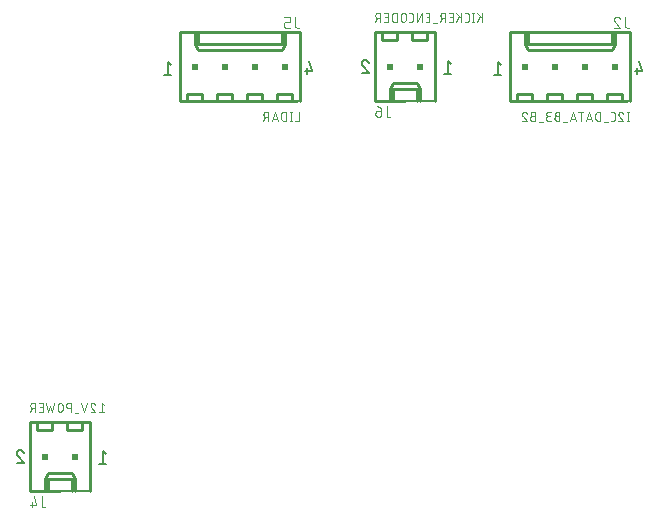
<source format=gbr>
G04 EAGLE Gerber RS-274X export*
G75*
%MOMM*%
%FSLAX34Y34*%
%LPD*%
%INSilkscreen Bottom*%
%IPPOS*%
%AMOC8*
5,1,8,0,0,1.08239X$1,22.5*%
G01*
%ADD10C,0.127000*%
%ADD11C,0.254000*%
%ADD12C,0.177800*%
%ADD13R,0.508000X0.508000*%
%ADD14C,0.101600*%
%ADD15C,0.076200*%


D10*
X177800Y177800D02*
X177800Y181610D01*
D11*
X190500Y181610D02*
X190500Y152400D01*
X190500Y181610D02*
X177800Y181610D01*
D10*
X175260Y181610D01*
D11*
X177800Y181610D02*
X165100Y181610D01*
X88900Y181610D02*
X88900Y152400D01*
X88900Y181610D02*
X165100Y181610D01*
X190500Y152400D02*
X190500Y123190D01*
D10*
X166370Y123190D01*
D11*
X88900Y123190D02*
X88900Y152400D01*
X88900Y123190D02*
X166370Y123190D01*
X184150Y123190D02*
X187960Y123190D01*
X184150Y123190D02*
X184150Y129540D01*
X171450Y129540D01*
X171450Y123190D01*
X158750Y123190D02*
X158750Y129540D01*
X146050Y129540D01*
X146050Y123190D01*
X184150Y123190D01*
X171450Y123190D02*
X158750Y123190D01*
X146050Y123190D02*
X133350Y123190D01*
X133350Y129540D01*
X120650Y129540D01*
X120650Y123190D01*
X107950Y123190D01*
X107950Y129540D01*
X95250Y129540D01*
X95250Y123190D01*
X88900Y123190D01*
X177800Y171450D02*
X177800Y181610D01*
X177800Y171450D02*
X175260Y171450D01*
X104140Y171450D01*
X101600Y171450D01*
X101600Y181610D01*
X175260Y166370D02*
X177800Y171450D01*
X175260Y171450D02*
X175260Y181610D01*
X175260Y166370D02*
X104140Y166370D01*
X101600Y171450D01*
X104140Y171450D02*
X104140Y181610D01*
D12*
X81930Y154403D02*
X78896Y156830D01*
X78896Y145908D01*
X81930Y145908D02*
X75862Y145908D01*
X198883Y157338D02*
X201310Y148843D01*
X195242Y148843D01*
X197063Y151270D02*
X197063Y146416D01*
D13*
X177800Y152400D03*
X152400Y152400D03*
X127000Y152400D03*
X101600Y152400D03*
D14*
X186675Y187691D02*
X186675Y194803D01*
X186675Y187691D02*
X186677Y187602D01*
X186683Y187514D01*
X186692Y187426D01*
X186706Y187338D01*
X186723Y187251D01*
X186744Y187165D01*
X186769Y187080D01*
X186798Y186996D01*
X186830Y186913D01*
X186865Y186832D01*
X186905Y186753D01*
X186947Y186675D01*
X186993Y186599D01*
X187042Y186525D01*
X187095Y186454D01*
X187150Y186385D01*
X187209Y186318D01*
X187270Y186254D01*
X187334Y186193D01*
X187401Y186134D01*
X187470Y186079D01*
X187541Y186026D01*
X187615Y185977D01*
X187691Y185931D01*
X187769Y185889D01*
X187848Y185849D01*
X187929Y185814D01*
X188012Y185782D01*
X188096Y185753D01*
X188181Y185728D01*
X188267Y185707D01*
X188354Y185690D01*
X188442Y185676D01*
X188530Y185667D01*
X188618Y185661D01*
X188707Y185659D01*
X189723Y185659D01*
X179554Y194803D02*
X179460Y194801D01*
X179365Y194795D01*
X179271Y194785D01*
X179178Y194772D01*
X179085Y194754D01*
X178993Y194733D01*
X178902Y194708D01*
X178812Y194679D01*
X178723Y194647D01*
X178636Y194610D01*
X178550Y194571D01*
X178466Y194527D01*
X178384Y194481D01*
X178304Y194431D01*
X178226Y194377D01*
X178150Y194321D01*
X178077Y194261D01*
X178006Y194199D01*
X177938Y194133D01*
X177872Y194065D01*
X177810Y193994D01*
X177750Y193921D01*
X177694Y193845D01*
X177640Y193767D01*
X177590Y193687D01*
X177544Y193605D01*
X177500Y193521D01*
X177461Y193435D01*
X177424Y193348D01*
X177392Y193259D01*
X177363Y193169D01*
X177338Y193078D01*
X177317Y192986D01*
X177299Y192893D01*
X177286Y192800D01*
X177276Y192706D01*
X177270Y192611D01*
X177268Y192517D01*
X179554Y194803D02*
X179660Y194801D01*
X179765Y194795D01*
X179870Y194786D01*
X179975Y194773D01*
X180079Y194756D01*
X180182Y194735D01*
X180285Y194711D01*
X180387Y194682D01*
X180487Y194651D01*
X180587Y194615D01*
X180685Y194577D01*
X180781Y194534D01*
X180877Y194488D01*
X180970Y194439D01*
X181061Y194387D01*
X181151Y194331D01*
X181239Y194272D01*
X181324Y194210D01*
X181407Y194145D01*
X181488Y194077D01*
X181566Y194006D01*
X181641Y193932D01*
X181714Y193856D01*
X181784Y193777D01*
X181851Y193696D01*
X181916Y193612D01*
X181977Y193526D01*
X182035Y193438D01*
X182090Y193348D01*
X182141Y193256D01*
X182190Y193162D01*
X182235Y193066D01*
X182276Y192969D01*
X182314Y192871D01*
X182348Y192771D01*
X178030Y190739D02*
X177963Y190806D01*
X177898Y190875D01*
X177836Y190947D01*
X177777Y191020D01*
X177721Y191097D01*
X177667Y191175D01*
X177617Y191255D01*
X177570Y191337D01*
X177526Y191421D01*
X177486Y191507D01*
X177448Y191594D01*
X177414Y191682D01*
X177384Y191772D01*
X177357Y191862D01*
X177333Y191954D01*
X177313Y192047D01*
X177297Y192140D01*
X177284Y192234D01*
X177275Y192328D01*
X177270Y192422D01*
X177268Y192517D01*
X178030Y190739D02*
X182348Y185659D01*
X177268Y185659D01*
D15*
X189032Y114158D02*
X189032Y106792D01*
X189850Y106792D02*
X188213Y106792D01*
X188213Y114158D02*
X189850Y114158D01*
X182975Y114159D02*
X182890Y114157D01*
X182805Y114151D01*
X182721Y114141D01*
X182637Y114128D01*
X182553Y114110D01*
X182471Y114089D01*
X182390Y114064D01*
X182310Y114035D01*
X182231Y114002D01*
X182154Y113966D01*
X182079Y113926D01*
X182005Y113883D01*
X181934Y113837D01*
X181865Y113787D01*
X181798Y113734D01*
X181734Y113678D01*
X181673Y113619D01*
X181614Y113558D01*
X181558Y113494D01*
X181505Y113427D01*
X181455Y113358D01*
X181409Y113287D01*
X181366Y113213D01*
X181326Y113138D01*
X181290Y113061D01*
X181257Y112982D01*
X181228Y112902D01*
X181203Y112821D01*
X181182Y112739D01*
X181164Y112655D01*
X181151Y112571D01*
X181141Y112487D01*
X181135Y112402D01*
X181133Y112317D01*
X182975Y114158D02*
X183071Y114156D01*
X183167Y114150D01*
X183262Y114140D01*
X183357Y114127D01*
X183452Y114109D01*
X183545Y114088D01*
X183638Y114063D01*
X183729Y114034D01*
X183820Y114002D01*
X183909Y113966D01*
X183996Y113926D01*
X184082Y113883D01*
X184166Y113837D01*
X184248Y113787D01*
X184328Y113733D01*
X184405Y113677D01*
X184480Y113617D01*
X184553Y113555D01*
X184623Y113489D01*
X184691Y113421D01*
X184756Y113350D01*
X184817Y113277D01*
X184876Y113201D01*
X184932Y113122D01*
X184984Y113042D01*
X185033Y112959D01*
X185079Y112875D01*
X185121Y112789D01*
X185159Y112701D01*
X185194Y112612D01*
X185226Y112521D01*
X181747Y110885D02*
X181687Y110944D01*
X181630Y111006D01*
X181575Y111070D01*
X181524Y111137D01*
X181475Y111206D01*
X181429Y111276D01*
X181386Y111349D01*
X181346Y111423D01*
X181310Y111499D01*
X181277Y111577D01*
X181247Y111656D01*
X181220Y111736D01*
X181197Y111817D01*
X181178Y111899D01*
X181162Y111981D01*
X181149Y112065D01*
X181140Y112149D01*
X181135Y112233D01*
X181133Y112317D01*
X181747Y110884D02*
X185226Y106792D01*
X181133Y106792D01*
X176297Y106792D02*
X174660Y106792D01*
X176297Y106792D02*
X176375Y106794D01*
X176453Y106799D01*
X176530Y106809D01*
X176607Y106822D01*
X176683Y106838D01*
X176758Y106858D01*
X176832Y106882D01*
X176905Y106909D01*
X176977Y106940D01*
X177047Y106974D01*
X177116Y107011D01*
X177182Y107052D01*
X177247Y107096D01*
X177309Y107142D01*
X177369Y107192D01*
X177427Y107244D01*
X177482Y107299D01*
X177534Y107357D01*
X177584Y107417D01*
X177630Y107479D01*
X177674Y107544D01*
X177715Y107611D01*
X177752Y107679D01*
X177786Y107749D01*
X177817Y107821D01*
X177844Y107894D01*
X177868Y107968D01*
X177888Y108043D01*
X177904Y108119D01*
X177917Y108196D01*
X177927Y108273D01*
X177932Y108351D01*
X177934Y108429D01*
X177933Y108429D02*
X177933Y112521D01*
X177934Y112521D02*
X177932Y112599D01*
X177927Y112677D01*
X177917Y112754D01*
X177904Y112831D01*
X177888Y112907D01*
X177868Y112982D01*
X177844Y113056D01*
X177817Y113129D01*
X177786Y113201D01*
X177752Y113271D01*
X177715Y113340D01*
X177674Y113406D01*
X177630Y113471D01*
X177584Y113533D01*
X177534Y113593D01*
X177482Y113651D01*
X177427Y113706D01*
X177369Y113758D01*
X177309Y113808D01*
X177247Y113854D01*
X177182Y113898D01*
X177116Y113939D01*
X177047Y113976D01*
X176977Y114010D01*
X176905Y114041D01*
X176832Y114068D01*
X176758Y114092D01*
X176683Y114112D01*
X176607Y114128D01*
X176530Y114141D01*
X176453Y114151D01*
X176375Y114156D01*
X176297Y114158D01*
X174660Y114158D01*
X172137Y105974D02*
X168863Y105974D01*
X165718Y106792D02*
X165718Y114158D01*
X163672Y114158D01*
X163583Y114156D01*
X163494Y114150D01*
X163405Y114140D01*
X163317Y114127D01*
X163229Y114110D01*
X163142Y114088D01*
X163057Y114063D01*
X162972Y114035D01*
X162889Y114002D01*
X162807Y113966D01*
X162727Y113927D01*
X162649Y113884D01*
X162573Y113838D01*
X162498Y113788D01*
X162426Y113735D01*
X162357Y113679D01*
X162290Y113620D01*
X162225Y113559D01*
X162164Y113494D01*
X162105Y113427D01*
X162049Y113358D01*
X161996Y113286D01*
X161946Y113211D01*
X161900Y113135D01*
X161857Y113057D01*
X161818Y112977D01*
X161782Y112895D01*
X161749Y112812D01*
X161721Y112727D01*
X161696Y112642D01*
X161674Y112555D01*
X161657Y112467D01*
X161644Y112379D01*
X161634Y112290D01*
X161628Y112201D01*
X161626Y112112D01*
X161626Y108838D01*
X161628Y108749D01*
X161634Y108660D01*
X161644Y108571D01*
X161657Y108483D01*
X161674Y108395D01*
X161696Y108308D01*
X161721Y108223D01*
X161749Y108138D01*
X161782Y108055D01*
X161818Y107973D01*
X161857Y107893D01*
X161900Y107815D01*
X161946Y107739D01*
X161996Y107664D01*
X162049Y107592D01*
X162105Y107523D01*
X162164Y107456D01*
X162225Y107391D01*
X162290Y107330D01*
X162357Y107271D01*
X162426Y107215D01*
X162498Y107162D01*
X162573Y107112D01*
X162649Y107066D01*
X162727Y107023D01*
X162807Y106984D01*
X162889Y106948D01*
X162972Y106915D01*
X163057Y106887D01*
X163142Y106862D01*
X163229Y106840D01*
X163317Y106823D01*
X163405Y106810D01*
X163494Y106800D01*
X163583Y106794D01*
X163672Y106792D01*
X165718Y106792D01*
X158569Y106792D02*
X156113Y114158D01*
X153658Y106792D01*
X154272Y108634D02*
X157955Y108634D01*
X149286Y106792D02*
X149286Y114158D01*
X151332Y114158D02*
X147240Y114158D01*
X142458Y114158D02*
X144914Y106792D01*
X140003Y106792D02*
X142458Y114158D01*
X140617Y108634D02*
X144300Y108634D01*
X137512Y105974D02*
X134238Y105974D01*
X130976Y110884D02*
X128929Y110884D01*
X128840Y110882D01*
X128751Y110876D01*
X128662Y110866D01*
X128574Y110853D01*
X128486Y110836D01*
X128399Y110814D01*
X128314Y110789D01*
X128229Y110761D01*
X128146Y110728D01*
X128064Y110692D01*
X127984Y110653D01*
X127906Y110610D01*
X127830Y110564D01*
X127755Y110514D01*
X127683Y110461D01*
X127614Y110405D01*
X127547Y110346D01*
X127482Y110285D01*
X127421Y110220D01*
X127362Y110153D01*
X127306Y110084D01*
X127253Y110012D01*
X127203Y109937D01*
X127157Y109861D01*
X127114Y109783D01*
X127075Y109703D01*
X127039Y109621D01*
X127006Y109538D01*
X126978Y109453D01*
X126953Y109368D01*
X126931Y109281D01*
X126914Y109193D01*
X126901Y109105D01*
X126891Y109016D01*
X126885Y108927D01*
X126883Y108838D01*
X126885Y108749D01*
X126891Y108660D01*
X126901Y108571D01*
X126914Y108483D01*
X126931Y108395D01*
X126953Y108308D01*
X126978Y108223D01*
X127006Y108138D01*
X127039Y108055D01*
X127075Y107973D01*
X127114Y107893D01*
X127157Y107815D01*
X127203Y107739D01*
X127253Y107664D01*
X127306Y107592D01*
X127362Y107523D01*
X127421Y107456D01*
X127482Y107391D01*
X127547Y107330D01*
X127614Y107271D01*
X127683Y107215D01*
X127755Y107162D01*
X127830Y107112D01*
X127906Y107066D01*
X127984Y107023D01*
X128064Y106984D01*
X128146Y106948D01*
X128229Y106915D01*
X128314Y106887D01*
X128399Y106862D01*
X128486Y106840D01*
X128574Y106823D01*
X128662Y106810D01*
X128751Y106800D01*
X128840Y106794D01*
X128929Y106792D01*
X130976Y106792D01*
X130976Y114158D01*
X128929Y114158D01*
X128850Y114156D01*
X128771Y114150D01*
X128692Y114141D01*
X128614Y114128D01*
X128537Y114110D01*
X128461Y114090D01*
X128386Y114065D01*
X128312Y114037D01*
X128239Y114006D01*
X128168Y113970D01*
X128099Y113932D01*
X128032Y113890D01*
X127967Y113845D01*
X127904Y113797D01*
X127843Y113746D01*
X127786Y113692D01*
X127730Y113636D01*
X127678Y113577D01*
X127628Y113515D01*
X127582Y113451D01*
X127538Y113385D01*
X127498Y113317D01*
X127462Y113247D01*
X127428Y113175D01*
X127398Y113101D01*
X127372Y113027D01*
X127349Y112951D01*
X127331Y112874D01*
X127315Y112797D01*
X127304Y112718D01*
X127296Y112640D01*
X127292Y112561D01*
X127292Y112481D01*
X127296Y112402D01*
X127304Y112324D01*
X127315Y112245D01*
X127331Y112168D01*
X127349Y112091D01*
X127372Y112015D01*
X127398Y111941D01*
X127428Y111867D01*
X127462Y111795D01*
X127498Y111725D01*
X127538Y111657D01*
X127582Y111591D01*
X127628Y111527D01*
X127678Y111465D01*
X127730Y111406D01*
X127786Y111350D01*
X127843Y111296D01*
X127904Y111245D01*
X127967Y111197D01*
X128032Y111152D01*
X128099Y111110D01*
X128168Y111072D01*
X128239Y111036D01*
X128312Y111005D01*
X128386Y110977D01*
X128461Y110952D01*
X128537Y110932D01*
X128614Y110914D01*
X128692Y110901D01*
X128771Y110892D01*
X128850Y110886D01*
X128929Y110884D01*
X124022Y106792D02*
X121976Y106792D01*
X121887Y106794D01*
X121798Y106800D01*
X121709Y106810D01*
X121621Y106823D01*
X121533Y106840D01*
X121446Y106862D01*
X121361Y106887D01*
X121276Y106915D01*
X121193Y106948D01*
X121111Y106984D01*
X121031Y107023D01*
X120953Y107066D01*
X120877Y107112D01*
X120802Y107162D01*
X120730Y107215D01*
X120661Y107271D01*
X120594Y107330D01*
X120529Y107391D01*
X120468Y107456D01*
X120409Y107523D01*
X120353Y107592D01*
X120300Y107664D01*
X120250Y107739D01*
X120204Y107815D01*
X120161Y107893D01*
X120122Y107973D01*
X120086Y108055D01*
X120053Y108138D01*
X120025Y108223D01*
X120000Y108308D01*
X119978Y108395D01*
X119961Y108483D01*
X119948Y108571D01*
X119938Y108660D01*
X119932Y108749D01*
X119930Y108838D01*
X119932Y108927D01*
X119938Y109016D01*
X119948Y109105D01*
X119961Y109193D01*
X119978Y109281D01*
X120000Y109368D01*
X120025Y109453D01*
X120053Y109538D01*
X120086Y109621D01*
X120122Y109703D01*
X120161Y109783D01*
X120204Y109861D01*
X120250Y109937D01*
X120300Y110012D01*
X120353Y110084D01*
X120409Y110153D01*
X120468Y110220D01*
X120529Y110285D01*
X120594Y110346D01*
X120661Y110405D01*
X120730Y110461D01*
X120802Y110514D01*
X120877Y110564D01*
X120953Y110610D01*
X121031Y110653D01*
X121111Y110692D01*
X121193Y110728D01*
X121276Y110761D01*
X121361Y110789D01*
X121446Y110814D01*
X121533Y110836D01*
X121621Y110853D01*
X121709Y110866D01*
X121798Y110876D01*
X121887Y110882D01*
X121976Y110884D01*
X121567Y114158D02*
X124022Y114158D01*
X121567Y114158D02*
X121488Y114156D01*
X121409Y114150D01*
X121330Y114141D01*
X121252Y114128D01*
X121175Y114110D01*
X121099Y114090D01*
X121024Y114065D01*
X120950Y114037D01*
X120877Y114006D01*
X120806Y113970D01*
X120737Y113932D01*
X120670Y113890D01*
X120605Y113845D01*
X120542Y113797D01*
X120481Y113746D01*
X120424Y113692D01*
X120368Y113636D01*
X120316Y113577D01*
X120266Y113515D01*
X120220Y113451D01*
X120176Y113385D01*
X120136Y113317D01*
X120100Y113247D01*
X120066Y113175D01*
X120036Y113101D01*
X120010Y113027D01*
X119987Y112951D01*
X119969Y112874D01*
X119953Y112797D01*
X119942Y112718D01*
X119934Y112640D01*
X119930Y112561D01*
X119930Y112481D01*
X119934Y112402D01*
X119942Y112324D01*
X119953Y112245D01*
X119969Y112168D01*
X119987Y112091D01*
X120010Y112015D01*
X120036Y111941D01*
X120066Y111867D01*
X120100Y111795D01*
X120136Y111725D01*
X120176Y111657D01*
X120220Y111591D01*
X120266Y111527D01*
X120316Y111465D01*
X120368Y111406D01*
X120424Y111350D01*
X120481Y111296D01*
X120542Y111245D01*
X120605Y111197D01*
X120670Y111152D01*
X120737Y111110D01*
X120806Y111072D01*
X120877Y111036D01*
X120950Y111005D01*
X121024Y110977D01*
X121099Y110952D01*
X121175Y110932D01*
X121252Y110914D01*
X121330Y110901D01*
X121409Y110892D01*
X121488Y110886D01*
X121567Y110884D01*
X123203Y110884D01*
X117029Y105974D02*
X113755Y105974D01*
X110493Y110884D02*
X108447Y110884D01*
X108358Y110882D01*
X108269Y110876D01*
X108180Y110866D01*
X108092Y110853D01*
X108004Y110836D01*
X107917Y110814D01*
X107832Y110789D01*
X107747Y110761D01*
X107664Y110728D01*
X107582Y110692D01*
X107502Y110653D01*
X107424Y110610D01*
X107348Y110564D01*
X107273Y110514D01*
X107201Y110461D01*
X107132Y110405D01*
X107065Y110346D01*
X107000Y110285D01*
X106939Y110220D01*
X106880Y110153D01*
X106824Y110084D01*
X106771Y110012D01*
X106721Y109937D01*
X106675Y109861D01*
X106632Y109783D01*
X106593Y109703D01*
X106557Y109621D01*
X106524Y109538D01*
X106496Y109453D01*
X106471Y109368D01*
X106449Y109281D01*
X106432Y109193D01*
X106419Y109105D01*
X106409Y109016D01*
X106403Y108927D01*
X106401Y108838D01*
X106403Y108749D01*
X106409Y108660D01*
X106419Y108571D01*
X106432Y108483D01*
X106449Y108395D01*
X106471Y108308D01*
X106496Y108223D01*
X106524Y108138D01*
X106557Y108055D01*
X106593Y107973D01*
X106632Y107893D01*
X106675Y107815D01*
X106721Y107739D01*
X106771Y107664D01*
X106824Y107592D01*
X106880Y107523D01*
X106939Y107456D01*
X107000Y107391D01*
X107065Y107330D01*
X107132Y107271D01*
X107201Y107215D01*
X107273Y107162D01*
X107348Y107112D01*
X107424Y107066D01*
X107502Y107023D01*
X107582Y106984D01*
X107664Y106948D01*
X107747Y106915D01*
X107832Y106887D01*
X107917Y106862D01*
X108004Y106840D01*
X108092Y106823D01*
X108180Y106810D01*
X108269Y106800D01*
X108358Y106794D01*
X108447Y106792D01*
X110493Y106792D01*
X110493Y114158D01*
X108447Y114158D01*
X108368Y114156D01*
X108289Y114150D01*
X108210Y114141D01*
X108132Y114128D01*
X108055Y114110D01*
X107979Y114090D01*
X107904Y114065D01*
X107830Y114037D01*
X107757Y114006D01*
X107686Y113970D01*
X107617Y113932D01*
X107550Y113890D01*
X107485Y113845D01*
X107422Y113797D01*
X107361Y113746D01*
X107304Y113692D01*
X107248Y113636D01*
X107196Y113577D01*
X107146Y113515D01*
X107100Y113451D01*
X107056Y113385D01*
X107016Y113317D01*
X106980Y113247D01*
X106946Y113175D01*
X106916Y113101D01*
X106890Y113027D01*
X106867Y112951D01*
X106849Y112874D01*
X106833Y112797D01*
X106822Y112718D01*
X106814Y112640D01*
X106810Y112561D01*
X106810Y112481D01*
X106814Y112402D01*
X106822Y112324D01*
X106833Y112245D01*
X106849Y112168D01*
X106867Y112091D01*
X106890Y112015D01*
X106916Y111941D01*
X106946Y111867D01*
X106980Y111795D01*
X107016Y111725D01*
X107056Y111657D01*
X107100Y111591D01*
X107146Y111527D01*
X107196Y111465D01*
X107248Y111406D01*
X107304Y111350D01*
X107361Y111296D01*
X107422Y111245D01*
X107485Y111197D01*
X107550Y111152D01*
X107617Y111110D01*
X107686Y111072D01*
X107757Y111036D01*
X107830Y111005D01*
X107904Y110977D01*
X107979Y110952D01*
X108055Y110932D01*
X108132Y110914D01*
X108210Y110901D01*
X108289Y110892D01*
X108368Y110886D01*
X108447Y110884D01*
X101289Y114159D02*
X101204Y114157D01*
X101119Y114151D01*
X101035Y114141D01*
X100951Y114128D01*
X100867Y114110D01*
X100785Y114089D01*
X100704Y114064D01*
X100624Y114035D01*
X100545Y114002D01*
X100468Y113966D01*
X100393Y113926D01*
X100319Y113883D01*
X100248Y113837D01*
X100179Y113787D01*
X100112Y113734D01*
X100048Y113678D01*
X99987Y113619D01*
X99928Y113558D01*
X99872Y113494D01*
X99819Y113427D01*
X99769Y113358D01*
X99723Y113287D01*
X99680Y113213D01*
X99640Y113138D01*
X99604Y113061D01*
X99571Y112982D01*
X99542Y112902D01*
X99517Y112821D01*
X99496Y112739D01*
X99478Y112655D01*
X99465Y112571D01*
X99455Y112487D01*
X99449Y112402D01*
X99447Y112317D01*
X101289Y114158D02*
X101385Y114156D01*
X101481Y114150D01*
X101576Y114140D01*
X101671Y114127D01*
X101766Y114109D01*
X101859Y114088D01*
X101952Y114063D01*
X102043Y114034D01*
X102134Y114002D01*
X102223Y113966D01*
X102310Y113926D01*
X102396Y113883D01*
X102480Y113837D01*
X102562Y113787D01*
X102642Y113733D01*
X102719Y113677D01*
X102794Y113617D01*
X102867Y113555D01*
X102937Y113489D01*
X103005Y113421D01*
X103070Y113350D01*
X103131Y113277D01*
X103190Y113201D01*
X103246Y113122D01*
X103298Y113042D01*
X103347Y112959D01*
X103393Y112875D01*
X103435Y112789D01*
X103473Y112701D01*
X103508Y112612D01*
X103540Y112521D01*
X100061Y110885D02*
X100001Y110944D01*
X99944Y111006D01*
X99889Y111070D01*
X99838Y111137D01*
X99789Y111206D01*
X99743Y111276D01*
X99700Y111349D01*
X99660Y111423D01*
X99624Y111499D01*
X99591Y111577D01*
X99561Y111656D01*
X99534Y111736D01*
X99511Y111817D01*
X99492Y111899D01*
X99476Y111981D01*
X99463Y112065D01*
X99454Y112149D01*
X99449Y112233D01*
X99447Y112317D01*
X100061Y110884D02*
X103539Y106792D01*
X99447Y106792D01*
D10*
X-304800Y-203200D02*
X-304800Y-207010D01*
D11*
X-317500Y-207010D02*
X-317500Y-177800D01*
X-317500Y-207010D02*
X-304800Y-207010D01*
D10*
X-302260Y-207010D01*
D11*
X-304800Y-207010D02*
X-292100Y-207010D01*
X-266700Y-207010D02*
X-266700Y-177800D01*
D10*
X-266700Y-207010D02*
X-292100Y-207010D01*
D11*
X-317500Y-177800D02*
X-317500Y-148590D01*
X-292100Y-148590D01*
X-266700Y-148590D02*
X-266700Y-177800D01*
D10*
X-266700Y-148590D02*
X-273050Y-148590D01*
D11*
X-285750Y-148590D01*
D10*
X-292100Y-148590D01*
X-311150Y-148590D02*
X-314960Y-148590D01*
D11*
X-317500Y-148590D02*
X-311150Y-148590D01*
X-311150Y-154940D01*
X-298450Y-154940D01*
X-298450Y-148590D01*
X-285750Y-148590D01*
X-285750Y-154940D01*
X-273050Y-154940D01*
X-273050Y-148590D01*
X-266700Y-148590D01*
X-304800Y-196850D02*
X-304800Y-207010D01*
X-304800Y-196850D02*
X-302260Y-196850D01*
X-281940Y-196850D01*
X-279400Y-196850D01*
X-279400Y-207010D01*
X-304800Y-196850D02*
X-302260Y-191770D01*
X-302260Y-196850D02*
X-302260Y-207010D01*
X-302260Y-191770D02*
X-281940Y-191770D01*
X-279400Y-196850D01*
X-281940Y-196850D02*
X-281940Y-207010D01*
D12*
X-255426Y-172578D02*
X-252392Y-175005D01*
X-255426Y-172578D02*
X-255426Y-183500D01*
X-252392Y-183500D02*
X-258460Y-183500D01*
X-325580Y-171816D02*
X-325682Y-171818D01*
X-325784Y-171824D01*
X-325886Y-171833D01*
X-325987Y-171847D01*
X-326088Y-171864D01*
X-326188Y-171884D01*
X-326287Y-171909D01*
X-326385Y-171937D01*
X-326482Y-171969D01*
X-326578Y-172005D01*
X-326672Y-172044D01*
X-326765Y-172086D01*
X-326856Y-172132D01*
X-326946Y-172182D01*
X-327033Y-172235D01*
X-327118Y-172291D01*
X-327202Y-172350D01*
X-327283Y-172412D01*
X-327361Y-172477D01*
X-327438Y-172545D01*
X-327511Y-172616D01*
X-327582Y-172689D01*
X-327650Y-172766D01*
X-327715Y-172844D01*
X-327777Y-172925D01*
X-327836Y-173009D01*
X-327892Y-173094D01*
X-327945Y-173182D01*
X-327995Y-173271D01*
X-328041Y-173362D01*
X-328083Y-173455D01*
X-328122Y-173549D01*
X-328158Y-173645D01*
X-328190Y-173742D01*
X-328218Y-173840D01*
X-328243Y-173939D01*
X-328263Y-174039D01*
X-328280Y-174140D01*
X-328294Y-174241D01*
X-328303Y-174343D01*
X-328309Y-174445D01*
X-328311Y-174547D01*
X-325580Y-171816D02*
X-325464Y-171818D01*
X-325348Y-171824D01*
X-325232Y-171833D01*
X-325117Y-171847D01*
X-325002Y-171864D01*
X-324888Y-171885D01*
X-324775Y-171910D01*
X-324662Y-171938D01*
X-324551Y-171970D01*
X-324440Y-172006D01*
X-324331Y-172046D01*
X-324223Y-172089D01*
X-324117Y-172136D01*
X-324012Y-172186D01*
X-323909Y-172239D01*
X-323808Y-172296D01*
X-323709Y-172357D01*
X-323612Y-172420D01*
X-323517Y-172487D01*
X-323424Y-172557D01*
X-323334Y-172630D01*
X-323246Y-172705D01*
X-323160Y-172784D01*
X-323078Y-172866D01*
X-322998Y-172950D01*
X-322920Y-173036D01*
X-322846Y-173126D01*
X-322775Y-173217D01*
X-322707Y-173311D01*
X-322642Y-173408D01*
X-322580Y-173506D01*
X-322521Y-173606D01*
X-322466Y-173708D01*
X-322414Y-173812D01*
X-322366Y-173918D01*
X-322321Y-174025D01*
X-322280Y-174133D01*
X-322243Y-174243D01*
X-327400Y-176671D02*
X-327473Y-176598D01*
X-327544Y-176523D01*
X-327612Y-176446D01*
X-327678Y-176366D01*
X-327740Y-176284D01*
X-327800Y-176200D01*
X-327857Y-176113D01*
X-327910Y-176025D01*
X-327961Y-175935D01*
X-328008Y-175843D01*
X-328052Y-175750D01*
X-328093Y-175655D01*
X-328130Y-175558D01*
X-328164Y-175461D01*
X-328194Y-175362D01*
X-328221Y-175263D01*
X-328245Y-175162D01*
X-328265Y-175061D01*
X-328281Y-174959D01*
X-328294Y-174856D01*
X-328303Y-174753D01*
X-328308Y-174650D01*
X-328310Y-174547D01*
X-327400Y-176670D02*
X-322242Y-182738D01*
X-328310Y-182738D01*
D13*
X-304800Y-177800D03*
X-279400Y-177800D03*
D14*
X-307316Y-211059D02*
X-307316Y-218171D01*
X-307314Y-218260D01*
X-307308Y-218348D01*
X-307299Y-218436D01*
X-307285Y-218524D01*
X-307268Y-218611D01*
X-307247Y-218697D01*
X-307222Y-218782D01*
X-307193Y-218866D01*
X-307161Y-218949D01*
X-307126Y-219030D01*
X-307086Y-219109D01*
X-307044Y-219187D01*
X-306998Y-219263D01*
X-306949Y-219337D01*
X-306896Y-219408D01*
X-306841Y-219477D01*
X-306782Y-219544D01*
X-306721Y-219608D01*
X-306657Y-219669D01*
X-306590Y-219728D01*
X-306521Y-219783D01*
X-306450Y-219836D01*
X-306376Y-219885D01*
X-306300Y-219931D01*
X-306222Y-219973D01*
X-306143Y-220013D01*
X-306062Y-220048D01*
X-305979Y-220080D01*
X-305895Y-220109D01*
X-305810Y-220134D01*
X-305724Y-220155D01*
X-305637Y-220172D01*
X-305549Y-220186D01*
X-305461Y-220195D01*
X-305373Y-220201D01*
X-305284Y-220203D01*
X-304268Y-220203D01*
X-311643Y-218171D02*
X-313675Y-211059D01*
X-311643Y-218171D02*
X-316723Y-218171D01*
X-315199Y-216139D02*
X-315199Y-220203D01*
D15*
X-254429Y-133829D02*
X-256475Y-132192D01*
X-256475Y-139558D01*
X-254429Y-139558D02*
X-258521Y-139558D01*
X-265837Y-134034D02*
X-265835Y-133949D01*
X-265829Y-133864D01*
X-265819Y-133780D01*
X-265806Y-133696D01*
X-265788Y-133612D01*
X-265767Y-133530D01*
X-265742Y-133449D01*
X-265713Y-133369D01*
X-265680Y-133290D01*
X-265644Y-133213D01*
X-265604Y-133138D01*
X-265561Y-133064D01*
X-265515Y-132993D01*
X-265465Y-132924D01*
X-265412Y-132857D01*
X-265356Y-132793D01*
X-265297Y-132732D01*
X-265236Y-132673D01*
X-265172Y-132617D01*
X-265105Y-132564D01*
X-265036Y-132514D01*
X-264965Y-132468D01*
X-264891Y-132425D01*
X-264816Y-132385D01*
X-264739Y-132349D01*
X-264660Y-132316D01*
X-264580Y-132287D01*
X-264499Y-132262D01*
X-264417Y-132241D01*
X-264333Y-132223D01*
X-264249Y-132210D01*
X-264165Y-132200D01*
X-264080Y-132194D01*
X-263995Y-132192D01*
X-263899Y-132194D01*
X-263803Y-132200D01*
X-263708Y-132210D01*
X-263613Y-132223D01*
X-263518Y-132241D01*
X-263425Y-132262D01*
X-263332Y-132287D01*
X-263241Y-132316D01*
X-263150Y-132348D01*
X-263061Y-132384D01*
X-262974Y-132424D01*
X-262888Y-132467D01*
X-262804Y-132513D01*
X-262722Y-132563D01*
X-262642Y-132617D01*
X-262565Y-132673D01*
X-262490Y-132733D01*
X-262417Y-132795D01*
X-262347Y-132861D01*
X-262279Y-132929D01*
X-262214Y-133000D01*
X-262153Y-133073D01*
X-262094Y-133149D01*
X-262038Y-133228D01*
X-261986Y-133308D01*
X-261937Y-133391D01*
X-261891Y-133475D01*
X-261849Y-133561D01*
X-261811Y-133649D01*
X-261776Y-133738D01*
X-261744Y-133829D01*
X-265223Y-135466D02*
X-265283Y-135407D01*
X-265340Y-135345D01*
X-265395Y-135281D01*
X-265446Y-135214D01*
X-265495Y-135145D01*
X-265541Y-135075D01*
X-265584Y-135002D01*
X-265624Y-134928D01*
X-265660Y-134852D01*
X-265693Y-134774D01*
X-265723Y-134695D01*
X-265750Y-134615D01*
X-265773Y-134534D01*
X-265792Y-134452D01*
X-265808Y-134370D01*
X-265821Y-134286D01*
X-265830Y-134202D01*
X-265835Y-134118D01*
X-265837Y-134034D01*
X-265223Y-135466D02*
X-261744Y-139558D01*
X-265836Y-139558D01*
X-271105Y-139558D02*
X-268650Y-132192D01*
X-273561Y-132192D02*
X-271105Y-139558D01*
X-276052Y-140376D02*
X-279326Y-140376D01*
X-282588Y-139558D02*
X-282588Y-132192D01*
X-284634Y-132192D01*
X-284723Y-132194D01*
X-284812Y-132200D01*
X-284901Y-132210D01*
X-284989Y-132223D01*
X-285077Y-132240D01*
X-285164Y-132262D01*
X-285249Y-132287D01*
X-285334Y-132315D01*
X-285417Y-132348D01*
X-285499Y-132384D01*
X-285579Y-132423D01*
X-285657Y-132466D01*
X-285733Y-132512D01*
X-285808Y-132562D01*
X-285880Y-132615D01*
X-285949Y-132671D01*
X-286016Y-132730D01*
X-286081Y-132791D01*
X-286142Y-132856D01*
X-286201Y-132923D01*
X-286257Y-132992D01*
X-286310Y-133064D01*
X-286360Y-133139D01*
X-286406Y-133215D01*
X-286449Y-133293D01*
X-286488Y-133373D01*
X-286524Y-133455D01*
X-286557Y-133538D01*
X-286585Y-133623D01*
X-286610Y-133708D01*
X-286632Y-133795D01*
X-286649Y-133883D01*
X-286662Y-133971D01*
X-286672Y-134060D01*
X-286678Y-134149D01*
X-286680Y-134238D01*
X-286678Y-134327D01*
X-286672Y-134416D01*
X-286662Y-134505D01*
X-286649Y-134593D01*
X-286632Y-134681D01*
X-286610Y-134768D01*
X-286585Y-134853D01*
X-286557Y-134938D01*
X-286524Y-135021D01*
X-286488Y-135103D01*
X-286449Y-135183D01*
X-286406Y-135261D01*
X-286360Y-135337D01*
X-286310Y-135412D01*
X-286257Y-135484D01*
X-286201Y-135553D01*
X-286142Y-135620D01*
X-286081Y-135685D01*
X-286016Y-135746D01*
X-285949Y-135805D01*
X-285880Y-135861D01*
X-285808Y-135914D01*
X-285733Y-135964D01*
X-285657Y-136010D01*
X-285579Y-136053D01*
X-285499Y-136092D01*
X-285417Y-136128D01*
X-285334Y-136161D01*
X-285249Y-136189D01*
X-285164Y-136214D01*
X-285077Y-136236D01*
X-284989Y-136253D01*
X-284901Y-136266D01*
X-284812Y-136276D01*
X-284723Y-136282D01*
X-284634Y-136284D01*
X-282588Y-136284D01*
X-289542Y-137512D02*
X-289542Y-134238D01*
X-289544Y-134149D01*
X-289550Y-134060D01*
X-289560Y-133971D01*
X-289573Y-133883D01*
X-289590Y-133795D01*
X-289612Y-133708D01*
X-289637Y-133623D01*
X-289665Y-133538D01*
X-289698Y-133455D01*
X-289734Y-133373D01*
X-289773Y-133293D01*
X-289816Y-133215D01*
X-289862Y-133139D01*
X-289912Y-133064D01*
X-289965Y-132992D01*
X-290021Y-132923D01*
X-290080Y-132856D01*
X-290141Y-132791D01*
X-290206Y-132730D01*
X-290273Y-132671D01*
X-290342Y-132615D01*
X-290414Y-132562D01*
X-290489Y-132512D01*
X-290565Y-132466D01*
X-290643Y-132423D01*
X-290723Y-132384D01*
X-290805Y-132348D01*
X-290888Y-132315D01*
X-290973Y-132287D01*
X-291058Y-132262D01*
X-291145Y-132240D01*
X-291233Y-132223D01*
X-291321Y-132210D01*
X-291410Y-132200D01*
X-291499Y-132194D01*
X-291588Y-132192D01*
X-291677Y-132194D01*
X-291766Y-132200D01*
X-291855Y-132210D01*
X-291943Y-132223D01*
X-292031Y-132240D01*
X-292118Y-132262D01*
X-292203Y-132287D01*
X-292288Y-132315D01*
X-292371Y-132348D01*
X-292453Y-132384D01*
X-292533Y-132423D01*
X-292611Y-132466D01*
X-292687Y-132512D01*
X-292762Y-132562D01*
X-292834Y-132615D01*
X-292903Y-132671D01*
X-292970Y-132730D01*
X-293035Y-132791D01*
X-293096Y-132856D01*
X-293155Y-132923D01*
X-293211Y-132992D01*
X-293264Y-133064D01*
X-293314Y-133139D01*
X-293360Y-133215D01*
X-293403Y-133293D01*
X-293442Y-133373D01*
X-293478Y-133455D01*
X-293511Y-133538D01*
X-293539Y-133623D01*
X-293564Y-133708D01*
X-293586Y-133795D01*
X-293603Y-133883D01*
X-293616Y-133971D01*
X-293626Y-134060D01*
X-293632Y-134149D01*
X-293634Y-134238D01*
X-293634Y-137512D01*
X-293632Y-137601D01*
X-293626Y-137690D01*
X-293616Y-137779D01*
X-293603Y-137867D01*
X-293586Y-137955D01*
X-293564Y-138042D01*
X-293539Y-138127D01*
X-293511Y-138212D01*
X-293478Y-138295D01*
X-293442Y-138377D01*
X-293403Y-138457D01*
X-293360Y-138535D01*
X-293314Y-138611D01*
X-293264Y-138686D01*
X-293211Y-138758D01*
X-293155Y-138827D01*
X-293096Y-138894D01*
X-293035Y-138959D01*
X-292970Y-139020D01*
X-292903Y-139079D01*
X-292834Y-139135D01*
X-292762Y-139188D01*
X-292687Y-139238D01*
X-292611Y-139284D01*
X-292533Y-139327D01*
X-292453Y-139366D01*
X-292371Y-139402D01*
X-292288Y-139435D01*
X-292203Y-139463D01*
X-292118Y-139488D01*
X-292031Y-139510D01*
X-291943Y-139527D01*
X-291855Y-139540D01*
X-291766Y-139550D01*
X-291677Y-139556D01*
X-291588Y-139558D01*
X-291499Y-139556D01*
X-291410Y-139550D01*
X-291321Y-139540D01*
X-291233Y-139527D01*
X-291145Y-139510D01*
X-291058Y-139488D01*
X-290973Y-139463D01*
X-290888Y-139435D01*
X-290805Y-139402D01*
X-290723Y-139366D01*
X-290643Y-139327D01*
X-290565Y-139284D01*
X-290489Y-139238D01*
X-290414Y-139188D01*
X-290342Y-139135D01*
X-290273Y-139079D01*
X-290206Y-139020D01*
X-290141Y-138959D01*
X-290080Y-138894D01*
X-290021Y-138827D01*
X-289965Y-138758D01*
X-289912Y-138686D01*
X-289862Y-138611D01*
X-289816Y-138535D01*
X-289773Y-138457D01*
X-289734Y-138377D01*
X-289698Y-138295D01*
X-289665Y-138212D01*
X-289637Y-138127D01*
X-289612Y-138042D01*
X-289590Y-137955D01*
X-289573Y-137867D01*
X-289560Y-137779D01*
X-289550Y-137690D01*
X-289544Y-137601D01*
X-289542Y-137512D01*
X-296605Y-132192D02*
X-298242Y-139558D01*
X-299879Y-134647D01*
X-301515Y-139558D01*
X-303152Y-132192D01*
X-306383Y-139558D02*
X-309656Y-139558D01*
X-306383Y-139558D02*
X-306383Y-132192D01*
X-309656Y-132192D01*
X-308838Y-135466D02*
X-306383Y-135466D01*
X-312758Y-132192D02*
X-312758Y-139558D01*
X-312758Y-132192D02*
X-314804Y-132192D01*
X-314893Y-132194D01*
X-314982Y-132200D01*
X-315071Y-132210D01*
X-315159Y-132223D01*
X-315247Y-132240D01*
X-315334Y-132262D01*
X-315419Y-132287D01*
X-315504Y-132315D01*
X-315587Y-132348D01*
X-315669Y-132384D01*
X-315749Y-132423D01*
X-315827Y-132466D01*
X-315903Y-132512D01*
X-315978Y-132562D01*
X-316050Y-132615D01*
X-316119Y-132671D01*
X-316186Y-132730D01*
X-316251Y-132791D01*
X-316312Y-132856D01*
X-316371Y-132923D01*
X-316427Y-132992D01*
X-316480Y-133064D01*
X-316530Y-133139D01*
X-316576Y-133215D01*
X-316619Y-133293D01*
X-316658Y-133373D01*
X-316694Y-133455D01*
X-316727Y-133538D01*
X-316755Y-133623D01*
X-316780Y-133708D01*
X-316802Y-133795D01*
X-316819Y-133883D01*
X-316832Y-133971D01*
X-316842Y-134060D01*
X-316848Y-134149D01*
X-316850Y-134238D01*
X-316848Y-134327D01*
X-316842Y-134416D01*
X-316832Y-134505D01*
X-316819Y-134593D01*
X-316802Y-134681D01*
X-316780Y-134768D01*
X-316755Y-134853D01*
X-316727Y-134938D01*
X-316694Y-135021D01*
X-316658Y-135103D01*
X-316619Y-135183D01*
X-316576Y-135261D01*
X-316530Y-135337D01*
X-316480Y-135412D01*
X-316427Y-135484D01*
X-316371Y-135553D01*
X-316312Y-135620D01*
X-316251Y-135685D01*
X-316186Y-135746D01*
X-316119Y-135805D01*
X-316050Y-135861D01*
X-315978Y-135914D01*
X-315903Y-135964D01*
X-315827Y-136010D01*
X-315749Y-136053D01*
X-315669Y-136092D01*
X-315587Y-136128D01*
X-315504Y-136161D01*
X-315419Y-136189D01*
X-315334Y-136214D01*
X-315247Y-136236D01*
X-315159Y-136253D01*
X-315071Y-136266D01*
X-314982Y-136276D01*
X-314893Y-136282D01*
X-314804Y-136284D01*
X-312758Y-136284D01*
X-315213Y-136284D02*
X-316850Y-139558D01*
D10*
X-101600Y177800D02*
X-101600Y181610D01*
D11*
X-88900Y181610D02*
X-88900Y152400D01*
X-88900Y181610D02*
X-101600Y181610D01*
D10*
X-104140Y181610D01*
D11*
X-101600Y181610D02*
X-114300Y181610D01*
X-190500Y181610D02*
X-190500Y152400D01*
X-190500Y181610D02*
X-114300Y181610D01*
X-88900Y152400D02*
X-88900Y123190D01*
D10*
X-113030Y123190D01*
D11*
X-190500Y123190D02*
X-190500Y152400D01*
X-190500Y123190D02*
X-113030Y123190D01*
X-95250Y123190D02*
X-91440Y123190D01*
X-95250Y123190D02*
X-95250Y129540D01*
X-107950Y129540D01*
X-107950Y123190D01*
X-120650Y123190D02*
X-120650Y129540D01*
X-133350Y129540D01*
X-133350Y123190D01*
X-95250Y123190D01*
X-107950Y123190D02*
X-120650Y123190D01*
X-133350Y123190D02*
X-146050Y123190D01*
X-146050Y129540D01*
X-158750Y129540D01*
X-158750Y123190D01*
X-171450Y123190D01*
X-171450Y129540D01*
X-184150Y129540D01*
X-184150Y123190D01*
X-190500Y123190D01*
X-101600Y171450D02*
X-101600Y181610D01*
X-101600Y171450D02*
X-104140Y171450D01*
X-175260Y171450D01*
X-177800Y171450D01*
X-177800Y181610D01*
X-104140Y166370D02*
X-101600Y171450D01*
X-104140Y171450D02*
X-104140Y181610D01*
X-104140Y166370D02*
X-175260Y166370D01*
X-177800Y171450D01*
X-175260Y171450D02*
X-175260Y181610D01*
D12*
X-197470Y154403D02*
X-200504Y156830D01*
X-200504Y145908D01*
X-197470Y145908D02*
X-203538Y145908D01*
X-80517Y157338D02*
X-78090Y148843D01*
X-84158Y148843D01*
X-82337Y151270D02*
X-82337Y146416D01*
D13*
X-101600Y152400D03*
X-127000Y152400D03*
X-152400Y152400D03*
X-177800Y152400D03*
D14*
X-92725Y187691D02*
X-92725Y194803D01*
X-92725Y187691D02*
X-92723Y187602D01*
X-92717Y187514D01*
X-92708Y187426D01*
X-92694Y187338D01*
X-92677Y187251D01*
X-92656Y187165D01*
X-92631Y187080D01*
X-92602Y186996D01*
X-92570Y186913D01*
X-92535Y186832D01*
X-92495Y186753D01*
X-92453Y186675D01*
X-92407Y186599D01*
X-92358Y186525D01*
X-92305Y186454D01*
X-92250Y186385D01*
X-92191Y186318D01*
X-92130Y186254D01*
X-92066Y186193D01*
X-91999Y186134D01*
X-91930Y186079D01*
X-91859Y186026D01*
X-91785Y185977D01*
X-91709Y185931D01*
X-91631Y185889D01*
X-91552Y185849D01*
X-91471Y185814D01*
X-91388Y185782D01*
X-91304Y185753D01*
X-91219Y185728D01*
X-91133Y185707D01*
X-91046Y185690D01*
X-90958Y185676D01*
X-90870Y185667D01*
X-90782Y185661D01*
X-90693Y185659D01*
X-89677Y185659D01*
X-97052Y185659D02*
X-100100Y185659D01*
X-100189Y185661D01*
X-100277Y185667D01*
X-100365Y185676D01*
X-100453Y185690D01*
X-100540Y185707D01*
X-100626Y185728D01*
X-100711Y185753D01*
X-100795Y185782D01*
X-100878Y185814D01*
X-100959Y185849D01*
X-101038Y185889D01*
X-101116Y185931D01*
X-101192Y185977D01*
X-101266Y186026D01*
X-101337Y186079D01*
X-101406Y186134D01*
X-101473Y186193D01*
X-101537Y186254D01*
X-101598Y186318D01*
X-101657Y186385D01*
X-101712Y186454D01*
X-101765Y186525D01*
X-101814Y186599D01*
X-101860Y186675D01*
X-101902Y186753D01*
X-101942Y186832D01*
X-101977Y186913D01*
X-102009Y186996D01*
X-102038Y187080D01*
X-102063Y187165D01*
X-102084Y187251D01*
X-102101Y187338D01*
X-102115Y187426D01*
X-102124Y187514D01*
X-102130Y187602D01*
X-102132Y187691D01*
X-102132Y188707D01*
X-102130Y188796D01*
X-102124Y188884D01*
X-102115Y188972D01*
X-102101Y189060D01*
X-102084Y189147D01*
X-102063Y189233D01*
X-102038Y189318D01*
X-102009Y189402D01*
X-101977Y189485D01*
X-101942Y189566D01*
X-101902Y189645D01*
X-101860Y189723D01*
X-101814Y189799D01*
X-101765Y189873D01*
X-101712Y189944D01*
X-101657Y190013D01*
X-101598Y190080D01*
X-101537Y190144D01*
X-101473Y190205D01*
X-101406Y190264D01*
X-101337Y190319D01*
X-101266Y190372D01*
X-101192Y190421D01*
X-101116Y190467D01*
X-101038Y190509D01*
X-100959Y190549D01*
X-100878Y190584D01*
X-100795Y190616D01*
X-100711Y190645D01*
X-100626Y190670D01*
X-100540Y190691D01*
X-100453Y190708D01*
X-100365Y190722D01*
X-100277Y190731D01*
X-100189Y190737D01*
X-100100Y190739D01*
X-97052Y190739D01*
X-97052Y194803D01*
X-102132Y194803D01*
D15*
X-89550Y114158D02*
X-89550Y106792D01*
X-92824Y106792D01*
X-96213Y106792D02*
X-96213Y114158D01*
X-95395Y106792D02*
X-97032Y106792D01*
X-97032Y114158D02*
X-95395Y114158D01*
X-100263Y114158D02*
X-100263Y106792D01*
X-100263Y114158D02*
X-102309Y114158D01*
X-102398Y114156D01*
X-102487Y114150D01*
X-102576Y114140D01*
X-102664Y114127D01*
X-102752Y114110D01*
X-102839Y114088D01*
X-102924Y114063D01*
X-103009Y114035D01*
X-103092Y114002D01*
X-103174Y113966D01*
X-103254Y113927D01*
X-103332Y113884D01*
X-103408Y113838D01*
X-103483Y113788D01*
X-103555Y113735D01*
X-103624Y113679D01*
X-103691Y113620D01*
X-103756Y113559D01*
X-103817Y113494D01*
X-103876Y113427D01*
X-103932Y113358D01*
X-103985Y113286D01*
X-104035Y113211D01*
X-104081Y113135D01*
X-104124Y113057D01*
X-104163Y112977D01*
X-104199Y112895D01*
X-104232Y112812D01*
X-104260Y112727D01*
X-104285Y112642D01*
X-104307Y112555D01*
X-104324Y112467D01*
X-104337Y112379D01*
X-104347Y112290D01*
X-104353Y112201D01*
X-104355Y112112D01*
X-104355Y108838D01*
X-104353Y108749D01*
X-104347Y108660D01*
X-104337Y108571D01*
X-104324Y108483D01*
X-104307Y108395D01*
X-104285Y108308D01*
X-104260Y108223D01*
X-104232Y108138D01*
X-104199Y108055D01*
X-104163Y107973D01*
X-104124Y107893D01*
X-104081Y107815D01*
X-104035Y107739D01*
X-103985Y107664D01*
X-103932Y107592D01*
X-103876Y107523D01*
X-103817Y107456D01*
X-103756Y107391D01*
X-103691Y107330D01*
X-103624Y107271D01*
X-103555Y107215D01*
X-103483Y107162D01*
X-103408Y107112D01*
X-103332Y107066D01*
X-103254Y107023D01*
X-103174Y106984D01*
X-103092Y106948D01*
X-103009Y106915D01*
X-102924Y106887D01*
X-102839Y106862D01*
X-102752Y106840D01*
X-102664Y106823D01*
X-102576Y106810D01*
X-102487Y106800D01*
X-102398Y106794D01*
X-102309Y106792D01*
X-100263Y106792D01*
X-107413Y106792D02*
X-109868Y114158D01*
X-112324Y106792D01*
X-111710Y108634D02*
X-108027Y108634D01*
X-115432Y106792D02*
X-115432Y114158D01*
X-117479Y114158D01*
X-117568Y114156D01*
X-117657Y114150D01*
X-117746Y114140D01*
X-117834Y114127D01*
X-117922Y114110D01*
X-118009Y114088D01*
X-118094Y114063D01*
X-118179Y114035D01*
X-118262Y114002D01*
X-118344Y113966D01*
X-118424Y113927D01*
X-118502Y113884D01*
X-118578Y113838D01*
X-118653Y113788D01*
X-118725Y113735D01*
X-118794Y113679D01*
X-118861Y113620D01*
X-118926Y113559D01*
X-118987Y113494D01*
X-119046Y113427D01*
X-119102Y113358D01*
X-119155Y113286D01*
X-119205Y113211D01*
X-119251Y113135D01*
X-119294Y113057D01*
X-119333Y112977D01*
X-119369Y112895D01*
X-119402Y112812D01*
X-119430Y112727D01*
X-119455Y112642D01*
X-119477Y112555D01*
X-119494Y112467D01*
X-119507Y112379D01*
X-119517Y112290D01*
X-119523Y112201D01*
X-119525Y112112D01*
X-119523Y112023D01*
X-119517Y111934D01*
X-119507Y111845D01*
X-119494Y111757D01*
X-119477Y111669D01*
X-119455Y111582D01*
X-119430Y111497D01*
X-119402Y111412D01*
X-119369Y111329D01*
X-119333Y111247D01*
X-119294Y111167D01*
X-119251Y111089D01*
X-119205Y111013D01*
X-119155Y110938D01*
X-119102Y110866D01*
X-119046Y110797D01*
X-118987Y110730D01*
X-118926Y110665D01*
X-118861Y110604D01*
X-118794Y110545D01*
X-118725Y110489D01*
X-118653Y110436D01*
X-118578Y110386D01*
X-118502Y110340D01*
X-118424Y110297D01*
X-118344Y110258D01*
X-118262Y110222D01*
X-118179Y110189D01*
X-118094Y110161D01*
X-118009Y110136D01*
X-117922Y110114D01*
X-117834Y110097D01*
X-117746Y110084D01*
X-117657Y110074D01*
X-117568Y110068D01*
X-117479Y110066D01*
X-115432Y110066D01*
X-117888Y110066D02*
X-119525Y106792D01*
D10*
X-12700Y123190D02*
X-12700Y127000D01*
D11*
X-25400Y123190D02*
X-25400Y152400D01*
X-25400Y123190D02*
X-12700Y123190D01*
D10*
X-10160Y123190D01*
D11*
X-12700Y123190D02*
X0Y123190D01*
X25400Y123190D02*
X25400Y152400D01*
D10*
X25400Y123190D02*
X0Y123190D01*
D11*
X-25400Y152400D02*
X-25400Y181610D01*
X0Y181610D01*
X25400Y181610D02*
X25400Y152400D01*
D10*
X25400Y181610D02*
X19050Y181610D01*
D11*
X6350Y181610D01*
D10*
X0Y181610D01*
X-19050Y181610D02*
X-22860Y181610D01*
D11*
X-25400Y181610D02*
X-19050Y181610D01*
X-19050Y175260D01*
X-6350Y175260D01*
X-6350Y181610D01*
X6350Y181610D01*
X6350Y175260D01*
X19050Y175260D01*
X19050Y181610D01*
X25400Y181610D01*
X-12700Y133350D02*
X-12700Y123190D01*
X-12700Y133350D02*
X-10160Y133350D01*
X10160Y133350D01*
X12700Y133350D01*
X12700Y123190D01*
X-12700Y133350D02*
X-10160Y138430D01*
X-10160Y133350D02*
X-10160Y123190D01*
X-10160Y138430D02*
X10160Y138430D01*
X12700Y133350D01*
X10160Y133350D02*
X10160Y123190D01*
D12*
X36674Y157622D02*
X39708Y155195D01*
X36674Y157622D02*
X36674Y146700D01*
X39708Y146700D02*
X33640Y146700D01*
X-33480Y158385D02*
X-33582Y158383D01*
X-33684Y158377D01*
X-33786Y158368D01*
X-33887Y158354D01*
X-33988Y158337D01*
X-34088Y158317D01*
X-34187Y158292D01*
X-34285Y158264D01*
X-34382Y158232D01*
X-34478Y158196D01*
X-34572Y158157D01*
X-34665Y158115D01*
X-34756Y158069D01*
X-34846Y158019D01*
X-34933Y157966D01*
X-35018Y157910D01*
X-35102Y157851D01*
X-35183Y157789D01*
X-35261Y157724D01*
X-35338Y157656D01*
X-35411Y157585D01*
X-35482Y157512D01*
X-35550Y157435D01*
X-35615Y157357D01*
X-35677Y157276D01*
X-35736Y157192D01*
X-35792Y157107D01*
X-35845Y157020D01*
X-35895Y156930D01*
X-35941Y156839D01*
X-35983Y156746D01*
X-36022Y156652D01*
X-36058Y156556D01*
X-36090Y156459D01*
X-36118Y156361D01*
X-36143Y156262D01*
X-36163Y156162D01*
X-36180Y156061D01*
X-36194Y155960D01*
X-36203Y155858D01*
X-36209Y155756D01*
X-36211Y155654D01*
X-33480Y158384D02*
X-33364Y158382D01*
X-33248Y158376D01*
X-33132Y158367D01*
X-33017Y158353D01*
X-32902Y158336D01*
X-32788Y158315D01*
X-32675Y158290D01*
X-32562Y158262D01*
X-32451Y158230D01*
X-32340Y158194D01*
X-32231Y158154D01*
X-32123Y158111D01*
X-32017Y158064D01*
X-31912Y158014D01*
X-31809Y157961D01*
X-31708Y157904D01*
X-31609Y157843D01*
X-31512Y157780D01*
X-31417Y157713D01*
X-31324Y157643D01*
X-31234Y157570D01*
X-31146Y157495D01*
X-31060Y157416D01*
X-30978Y157334D01*
X-30898Y157250D01*
X-30820Y157164D01*
X-30746Y157074D01*
X-30675Y156983D01*
X-30607Y156889D01*
X-30542Y156792D01*
X-30480Y156694D01*
X-30421Y156594D01*
X-30366Y156492D01*
X-30314Y156388D01*
X-30266Y156282D01*
X-30221Y156175D01*
X-30180Y156067D01*
X-30143Y155957D01*
X-35300Y153530D02*
X-35373Y153603D01*
X-35444Y153678D01*
X-35512Y153755D01*
X-35578Y153835D01*
X-35640Y153917D01*
X-35700Y154001D01*
X-35757Y154088D01*
X-35810Y154176D01*
X-35861Y154266D01*
X-35908Y154358D01*
X-35952Y154451D01*
X-35993Y154546D01*
X-36030Y154643D01*
X-36064Y154740D01*
X-36094Y154839D01*
X-36121Y154938D01*
X-36145Y155039D01*
X-36165Y155140D01*
X-36181Y155242D01*
X-36194Y155345D01*
X-36203Y155448D01*
X-36208Y155551D01*
X-36210Y155654D01*
X-35300Y153530D02*
X-30142Y147462D01*
X-36210Y147462D01*
D13*
X-12700Y152400D03*
X12700Y152400D03*
D14*
X-15216Y119141D02*
X-15216Y112029D01*
X-15214Y111940D01*
X-15208Y111852D01*
X-15199Y111764D01*
X-15185Y111676D01*
X-15168Y111589D01*
X-15147Y111503D01*
X-15122Y111418D01*
X-15093Y111334D01*
X-15061Y111251D01*
X-15026Y111170D01*
X-14986Y111091D01*
X-14944Y111013D01*
X-14898Y110937D01*
X-14849Y110863D01*
X-14796Y110792D01*
X-14741Y110723D01*
X-14682Y110656D01*
X-14621Y110592D01*
X-14557Y110531D01*
X-14490Y110472D01*
X-14421Y110417D01*
X-14350Y110364D01*
X-14276Y110315D01*
X-14200Y110269D01*
X-14122Y110227D01*
X-14043Y110187D01*
X-13962Y110152D01*
X-13879Y110120D01*
X-13795Y110091D01*
X-13710Y110066D01*
X-13624Y110045D01*
X-13537Y110028D01*
X-13449Y110014D01*
X-13361Y110005D01*
X-13273Y109999D01*
X-13184Y109997D01*
X-12168Y109997D01*
X-19543Y115077D02*
X-22591Y115077D01*
X-22680Y115075D01*
X-22768Y115069D01*
X-22856Y115060D01*
X-22944Y115046D01*
X-23031Y115029D01*
X-23117Y115008D01*
X-23202Y114983D01*
X-23286Y114954D01*
X-23369Y114922D01*
X-23450Y114887D01*
X-23529Y114847D01*
X-23607Y114805D01*
X-23683Y114759D01*
X-23757Y114710D01*
X-23828Y114657D01*
X-23897Y114602D01*
X-23964Y114543D01*
X-24028Y114482D01*
X-24089Y114418D01*
X-24148Y114351D01*
X-24203Y114282D01*
X-24256Y114211D01*
X-24305Y114137D01*
X-24351Y114061D01*
X-24393Y113983D01*
X-24433Y113904D01*
X-24468Y113823D01*
X-24500Y113740D01*
X-24529Y113656D01*
X-24554Y113571D01*
X-24575Y113485D01*
X-24592Y113398D01*
X-24606Y113310D01*
X-24615Y113222D01*
X-24621Y113134D01*
X-24623Y113045D01*
X-24623Y112537D01*
X-24621Y112437D01*
X-24615Y112338D01*
X-24605Y112238D01*
X-24592Y112140D01*
X-24574Y112041D01*
X-24553Y111944D01*
X-24528Y111848D01*
X-24499Y111752D01*
X-24466Y111658D01*
X-24430Y111565D01*
X-24390Y111474D01*
X-24346Y111384D01*
X-24299Y111296D01*
X-24249Y111210D01*
X-24195Y111126D01*
X-24138Y111044D01*
X-24078Y110965D01*
X-24014Y110887D01*
X-23948Y110813D01*
X-23879Y110741D01*
X-23807Y110672D01*
X-23733Y110606D01*
X-23655Y110542D01*
X-23576Y110482D01*
X-23494Y110425D01*
X-23410Y110371D01*
X-23324Y110321D01*
X-23236Y110274D01*
X-23146Y110230D01*
X-23055Y110190D01*
X-22962Y110154D01*
X-22868Y110121D01*
X-22772Y110092D01*
X-22676Y110067D01*
X-22579Y110046D01*
X-22480Y110028D01*
X-22382Y110015D01*
X-22282Y110005D01*
X-22183Y109999D01*
X-22083Y109997D01*
X-21983Y109999D01*
X-21884Y110005D01*
X-21784Y110015D01*
X-21686Y110028D01*
X-21587Y110046D01*
X-21490Y110067D01*
X-21394Y110092D01*
X-21298Y110121D01*
X-21204Y110154D01*
X-21111Y110190D01*
X-21020Y110230D01*
X-20930Y110274D01*
X-20842Y110321D01*
X-20756Y110371D01*
X-20672Y110425D01*
X-20590Y110482D01*
X-20511Y110542D01*
X-20433Y110606D01*
X-20359Y110672D01*
X-20287Y110741D01*
X-20218Y110813D01*
X-20152Y110887D01*
X-20088Y110965D01*
X-20028Y111044D01*
X-19971Y111126D01*
X-19917Y111210D01*
X-19867Y111296D01*
X-19820Y111384D01*
X-19776Y111474D01*
X-19736Y111565D01*
X-19700Y111658D01*
X-19667Y111752D01*
X-19638Y111848D01*
X-19613Y111944D01*
X-19592Y112041D01*
X-19574Y112140D01*
X-19561Y112238D01*
X-19551Y112338D01*
X-19545Y112437D01*
X-19543Y112537D01*
X-19543Y115077D01*
X-19545Y115202D01*
X-19551Y115327D01*
X-19560Y115452D01*
X-19574Y115576D01*
X-19591Y115700D01*
X-19612Y115824D01*
X-19637Y115946D01*
X-19666Y116068D01*
X-19698Y116189D01*
X-19734Y116309D01*
X-19774Y116428D01*
X-19817Y116545D01*
X-19864Y116661D01*
X-19915Y116776D01*
X-19969Y116888D01*
X-20027Y117000D01*
X-20087Y117109D01*
X-20152Y117216D01*
X-20219Y117322D01*
X-20290Y117425D01*
X-20364Y117526D01*
X-20441Y117625D01*
X-20521Y117721D01*
X-20604Y117815D01*
X-20689Y117906D01*
X-20778Y117995D01*
X-20869Y118080D01*
X-20963Y118163D01*
X-21059Y118243D01*
X-21158Y118320D01*
X-21259Y118394D01*
X-21362Y118465D01*
X-21468Y118532D01*
X-21575Y118597D01*
X-21684Y118657D01*
X-21796Y118715D01*
X-21908Y118769D01*
X-22023Y118820D01*
X-22139Y118867D01*
X-22256Y118910D01*
X-22375Y118950D01*
X-22495Y118986D01*
X-22616Y119018D01*
X-22738Y119047D01*
X-22860Y119072D01*
X-22984Y119093D01*
X-23108Y119110D01*
X-23232Y119124D01*
X-23357Y119133D01*
X-23482Y119139D01*
X-23607Y119141D01*
D15*
X65839Y190642D02*
X65839Y198008D01*
X61746Y198008D02*
X65839Y193507D01*
X64202Y195143D02*
X61746Y190642D01*
X58302Y190642D02*
X58302Y198008D01*
X59120Y190642D02*
X57483Y190642D01*
X57483Y198008D02*
X59120Y198008D01*
X52882Y190642D02*
X51245Y190642D01*
X52882Y190642D02*
X52960Y190644D01*
X53038Y190649D01*
X53115Y190659D01*
X53192Y190672D01*
X53268Y190688D01*
X53343Y190708D01*
X53417Y190732D01*
X53490Y190759D01*
X53562Y190790D01*
X53632Y190824D01*
X53701Y190861D01*
X53767Y190902D01*
X53832Y190946D01*
X53894Y190992D01*
X53954Y191042D01*
X54012Y191094D01*
X54067Y191149D01*
X54119Y191207D01*
X54169Y191267D01*
X54215Y191329D01*
X54259Y191394D01*
X54300Y191461D01*
X54337Y191529D01*
X54371Y191599D01*
X54402Y191671D01*
X54429Y191744D01*
X54453Y191818D01*
X54473Y191893D01*
X54489Y191969D01*
X54502Y192046D01*
X54512Y192123D01*
X54517Y192201D01*
X54519Y192279D01*
X54519Y196371D01*
X54517Y196449D01*
X54512Y196527D01*
X54502Y196604D01*
X54489Y196681D01*
X54473Y196757D01*
X54453Y196832D01*
X54429Y196906D01*
X54402Y196979D01*
X54371Y197051D01*
X54337Y197121D01*
X54300Y197190D01*
X54259Y197256D01*
X54215Y197321D01*
X54169Y197383D01*
X54119Y197443D01*
X54067Y197501D01*
X54012Y197556D01*
X53954Y197608D01*
X53894Y197658D01*
X53832Y197704D01*
X53767Y197748D01*
X53701Y197789D01*
X53632Y197826D01*
X53562Y197860D01*
X53490Y197891D01*
X53417Y197918D01*
X53343Y197942D01*
X53268Y197962D01*
X53192Y197978D01*
X53115Y197991D01*
X53038Y198001D01*
X52960Y198006D01*
X52882Y198008D01*
X51245Y198008D01*
X48038Y198008D02*
X48038Y190642D01*
X48038Y193507D02*
X43946Y198008D01*
X46402Y195143D02*
X43946Y190642D01*
X40825Y190642D02*
X37551Y190642D01*
X40825Y190642D02*
X40825Y198008D01*
X37551Y198008D01*
X38370Y194734D02*
X40825Y194734D01*
X34450Y198008D02*
X34450Y190642D01*
X34450Y198008D02*
X32404Y198008D01*
X32315Y198006D01*
X32226Y198000D01*
X32137Y197990D01*
X32049Y197977D01*
X31961Y197960D01*
X31874Y197938D01*
X31789Y197913D01*
X31704Y197885D01*
X31621Y197852D01*
X31539Y197816D01*
X31459Y197777D01*
X31381Y197734D01*
X31305Y197688D01*
X31230Y197638D01*
X31158Y197585D01*
X31089Y197529D01*
X31022Y197470D01*
X30957Y197409D01*
X30896Y197344D01*
X30837Y197277D01*
X30781Y197208D01*
X30728Y197136D01*
X30678Y197061D01*
X30632Y196985D01*
X30589Y196907D01*
X30550Y196827D01*
X30514Y196745D01*
X30481Y196662D01*
X30453Y196577D01*
X30428Y196492D01*
X30406Y196405D01*
X30389Y196317D01*
X30376Y196229D01*
X30366Y196140D01*
X30360Y196051D01*
X30358Y195962D01*
X30360Y195873D01*
X30366Y195784D01*
X30376Y195695D01*
X30389Y195607D01*
X30406Y195519D01*
X30428Y195432D01*
X30453Y195347D01*
X30481Y195262D01*
X30514Y195179D01*
X30550Y195097D01*
X30589Y195017D01*
X30632Y194939D01*
X30678Y194863D01*
X30728Y194788D01*
X30781Y194716D01*
X30837Y194647D01*
X30896Y194580D01*
X30957Y194515D01*
X31022Y194454D01*
X31089Y194395D01*
X31158Y194339D01*
X31230Y194286D01*
X31305Y194236D01*
X31381Y194190D01*
X31459Y194147D01*
X31539Y194108D01*
X31621Y194072D01*
X31704Y194039D01*
X31789Y194011D01*
X31874Y193986D01*
X31961Y193964D01*
X32049Y193947D01*
X32137Y193934D01*
X32226Y193924D01*
X32315Y193918D01*
X32404Y193916D01*
X34450Y193916D01*
X31995Y193916D02*
X30358Y190642D01*
X27508Y189824D02*
X24234Y189824D01*
X21074Y190642D02*
X17800Y190642D01*
X21074Y190642D02*
X21074Y198008D01*
X17800Y198008D01*
X18619Y194734D02*
X21074Y194734D01*
X14750Y198008D02*
X14750Y190642D01*
X10658Y190642D02*
X14750Y198008D01*
X10658Y198008D02*
X10658Y190642D01*
X5577Y190642D02*
X3940Y190642D01*
X5577Y190642D02*
X5655Y190644D01*
X5733Y190649D01*
X5810Y190659D01*
X5887Y190672D01*
X5963Y190688D01*
X6038Y190708D01*
X6112Y190732D01*
X6185Y190759D01*
X6257Y190790D01*
X6327Y190824D01*
X6396Y190861D01*
X6462Y190902D01*
X6527Y190946D01*
X6589Y190992D01*
X6649Y191042D01*
X6707Y191094D01*
X6762Y191149D01*
X6814Y191207D01*
X6864Y191267D01*
X6910Y191329D01*
X6954Y191394D01*
X6995Y191461D01*
X7032Y191529D01*
X7066Y191599D01*
X7097Y191671D01*
X7124Y191744D01*
X7148Y191818D01*
X7168Y191893D01*
X7184Y191969D01*
X7197Y192046D01*
X7207Y192123D01*
X7212Y192201D01*
X7214Y192279D01*
X7214Y196371D01*
X7212Y196449D01*
X7207Y196527D01*
X7197Y196604D01*
X7184Y196681D01*
X7168Y196757D01*
X7148Y196832D01*
X7124Y196906D01*
X7097Y196979D01*
X7066Y197051D01*
X7032Y197121D01*
X6995Y197190D01*
X6954Y197256D01*
X6910Y197321D01*
X6864Y197383D01*
X6814Y197443D01*
X6762Y197501D01*
X6707Y197556D01*
X6649Y197608D01*
X6589Y197658D01*
X6527Y197704D01*
X6462Y197748D01*
X6396Y197789D01*
X6327Y197826D01*
X6257Y197860D01*
X6185Y197891D01*
X6112Y197918D01*
X6038Y197942D01*
X5963Y197962D01*
X5887Y197978D01*
X5810Y197991D01*
X5733Y198001D01*
X5655Y198006D01*
X5577Y198008D01*
X3940Y198008D01*
X1095Y195962D02*
X1095Y192688D01*
X1095Y195962D02*
X1093Y196051D01*
X1087Y196140D01*
X1077Y196229D01*
X1064Y196317D01*
X1047Y196405D01*
X1025Y196492D01*
X1000Y196577D01*
X972Y196662D01*
X939Y196745D01*
X903Y196827D01*
X864Y196907D01*
X821Y196985D01*
X775Y197061D01*
X725Y197136D01*
X672Y197208D01*
X616Y197277D01*
X557Y197344D01*
X496Y197409D01*
X431Y197470D01*
X364Y197529D01*
X295Y197585D01*
X223Y197638D01*
X148Y197688D01*
X72Y197734D01*
X-6Y197777D01*
X-86Y197816D01*
X-168Y197852D01*
X-251Y197885D01*
X-336Y197913D01*
X-421Y197938D01*
X-508Y197960D01*
X-596Y197977D01*
X-684Y197990D01*
X-773Y198000D01*
X-862Y198006D01*
X-951Y198008D01*
X-1040Y198006D01*
X-1129Y198000D01*
X-1218Y197990D01*
X-1306Y197977D01*
X-1394Y197960D01*
X-1481Y197938D01*
X-1566Y197913D01*
X-1651Y197885D01*
X-1734Y197852D01*
X-1816Y197816D01*
X-1896Y197777D01*
X-1974Y197734D01*
X-2050Y197688D01*
X-2125Y197638D01*
X-2197Y197585D01*
X-2266Y197529D01*
X-2333Y197470D01*
X-2398Y197409D01*
X-2459Y197344D01*
X-2518Y197277D01*
X-2574Y197208D01*
X-2627Y197136D01*
X-2677Y197061D01*
X-2723Y196985D01*
X-2766Y196907D01*
X-2805Y196827D01*
X-2841Y196745D01*
X-2874Y196662D01*
X-2902Y196577D01*
X-2927Y196492D01*
X-2949Y196405D01*
X-2966Y196317D01*
X-2979Y196229D01*
X-2989Y196140D01*
X-2995Y196051D01*
X-2997Y195962D01*
X-2997Y192688D01*
X-2995Y192599D01*
X-2989Y192510D01*
X-2979Y192421D01*
X-2966Y192333D01*
X-2949Y192245D01*
X-2927Y192158D01*
X-2902Y192073D01*
X-2874Y191988D01*
X-2841Y191905D01*
X-2805Y191823D01*
X-2766Y191743D01*
X-2723Y191665D01*
X-2677Y191589D01*
X-2627Y191514D01*
X-2574Y191442D01*
X-2518Y191373D01*
X-2459Y191306D01*
X-2398Y191241D01*
X-2333Y191180D01*
X-2266Y191121D01*
X-2197Y191065D01*
X-2125Y191012D01*
X-2050Y190962D01*
X-1974Y190916D01*
X-1896Y190873D01*
X-1816Y190834D01*
X-1734Y190798D01*
X-1651Y190765D01*
X-1566Y190737D01*
X-1481Y190712D01*
X-1394Y190690D01*
X-1306Y190673D01*
X-1218Y190660D01*
X-1129Y190650D01*
X-1040Y190644D01*
X-951Y190642D01*
X-862Y190644D01*
X-773Y190650D01*
X-684Y190660D01*
X-596Y190673D01*
X-508Y190690D01*
X-421Y190712D01*
X-336Y190737D01*
X-251Y190765D01*
X-168Y190798D01*
X-86Y190834D01*
X-6Y190873D01*
X72Y190916D01*
X148Y190962D01*
X223Y191012D01*
X295Y191065D01*
X364Y191121D01*
X431Y191180D01*
X496Y191241D01*
X557Y191306D01*
X616Y191373D01*
X672Y191442D01*
X725Y191514D01*
X775Y191589D01*
X821Y191665D01*
X864Y191743D01*
X903Y191823D01*
X939Y191905D01*
X972Y191988D01*
X1000Y192073D01*
X1025Y192158D01*
X1047Y192245D01*
X1064Y192333D01*
X1077Y192421D01*
X1087Y192510D01*
X1093Y192599D01*
X1095Y192688D01*
X-6464Y190642D02*
X-6464Y198008D01*
X-8510Y198008D01*
X-8599Y198006D01*
X-8688Y198000D01*
X-8777Y197990D01*
X-8865Y197977D01*
X-8953Y197960D01*
X-9040Y197938D01*
X-9125Y197913D01*
X-9210Y197885D01*
X-9293Y197852D01*
X-9375Y197816D01*
X-9455Y197777D01*
X-9533Y197734D01*
X-9609Y197688D01*
X-9684Y197638D01*
X-9756Y197585D01*
X-9825Y197529D01*
X-9892Y197470D01*
X-9957Y197409D01*
X-10018Y197344D01*
X-10077Y197277D01*
X-10133Y197208D01*
X-10186Y197136D01*
X-10236Y197061D01*
X-10282Y196985D01*
X-10325Y196907D01*
X-10364Y196827D01*
X-10400Y196745D01*
X-10433Y196662D01*
X-10461Y196577D01*
X-10486Y196492D01*
X-10508Y196405D01*
X-10525Y196317D01*
X-10538Y196229D01*
X-10548Y196140D01*
X-10554Y196051D01*
X-10556Y195962D01*
X-10556Y192688D01*
X-10554Y192599D01*
X-10548Y192510D01*
X-10538Y192421D01*
X-10525Y192333D01*
X-10508Y192245D01*
X-10486Y192158D01*
X-10461Y192073D01*
X-10433Y191988D01*
X-10400Y191905D01*
X-10364Y191823D01*
X-10325Y191743D01*
X-10282Y191665D01*
X-10236Y191589D01*
X-10186Y191514D01*
X-10133Y191442D01*
X-10077Y191373D01*
X-10018Y191306D01*
X-9957Y191241D01*
X-9892Y191180D01*
X-9825Y191121D01*
X-9756Y191065D01*
X-9684Y191012D01*
X-9609Y190962D01*
X-9533Y190916D01*
X-9455Y190873D01*
X-9375Y190834D01*
X-9293Y190798D01*
X-9210Y190765D01*
X-9125Y190737D01*
X-9040Y190712D01*
X-8953Y190690D01*
X-8865Y190673D01*
X-8777Y190660D01*
X-8688Y190650D01*
X-8599Y190644D01*
X-8510Y190642D01*
X-6464Y190642D01*
X-14283Y190642D02*
X-17556Y190642D01*
X-14283Y190642D02*
X-14283Y198008D01*
X-17556Y198008D01*
X-16738Y194734D02*
X-14283Y194734D01*
X-20658Y198008D02*
X-20658Y190642D01*
X-20658Y198008D02*
X-22704Y198008D01*
X-22793Y198006D01*
X-22882Y198000D01*
X-22971Y197990D01*
X-23059Y197977D01*
X-23147Y197960D01*
X-23234Y197938D01*
X-23319Y197913D01*
X-23404Y197885D01*
X-23487Y197852D01*
X-23569Y197816D01*
X-23649Y197777D01*
X-23727Y197734D01*
X-23803Y197688D01*
X-23878Y197638D01*
X-23950Y197585D01*
X-24019Y197529D01*
X-24086Y197470D01*
X-24151Y197409D01*
X-24212Y197344D01*
X-24271Y197277D01*
X-24327Y197208D01*
X-24380Y197136D01*
X-24430Y197061D01*
X-24476Y196985D01*
X-24519Y196907D01*
X-24558Y196827D01*
X-24594Y196745D01*
X-24627Y196662D01*
X-24655Y196577D01*
X-24680Y196492D01*
X-24702Y196405D01*
X-24719Y196317D01*
X-24732Y196229D01*
X-24742Y196140D01*
X-24748Y196051D01*
X-24750Y195962D01*
X-24748Y195873D01*
X-24742Y195784D01*
X-24732Y195695D01*
X-24719Y195607D01*
X-24702Y195519D01*
X-24680Y195432D01*
X-24655Y195347D01*
X-24627Y195262D01*
X-24594Y195179D01*
X-24558Y195097D01*
X-24519Y195017D01*
X-24476Y194939D01*
X-24430Y194863D01*
X-24380Y194788D01*
X-24327Y194716D01*
X-24271Y194647D01*
X-24212Y194580D01*
X-24151Y194515D01*
X-24086Y194454D01*
X-24019Y194395D01*
X-23950Y194339D01*
X-23878Y194286D01*
X-23803Y194236D01*
X-23727Y194190D01*
X-23649Y194147D01*
X-23569Y194108D01*
X-23487Y194072D01*
X-23404Y194039D01*
X-23319Y194011D01*
X-23234Y193986D01*
X-23147Y193964D01*
X-23059Y193947D01*
X-22971Y193934D01*
X-22882Y193924D01*
X-22793Y193918D01*
X-22704Y193916D01*
X-20658Y193916D01*
X-23113Y193916D02*
X-24750Y190642D01*
M02*

</source>
